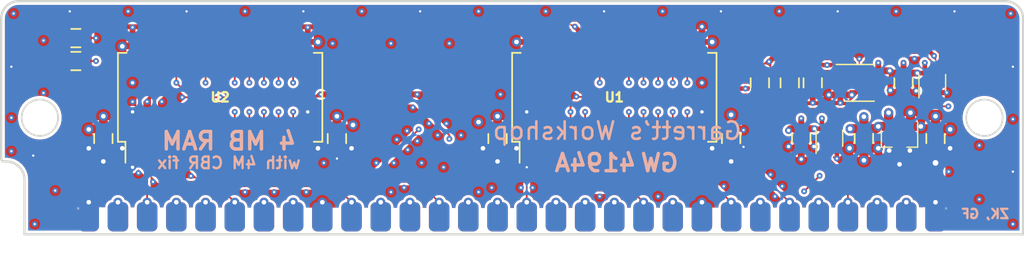
<source format=kicad_pcb>
(kicad_pcb (version 20221018) (generator pcbnew)
  (title_block (title "GW4194A") (date "2021-06-19") (rev "1.0-SOP") (company "Garrett's Workshop"))
  (layers (0 "F.Cu" signal) (1 "In1.Cu" power) (2 "In2.Cu" signal) (31 "B.Cu" power) (34 "B.Paste" user) (35 "F.Paste" user) (36 "B.SilkS" user "B.Silkscreen") (37 "F.SilkS" user "F.Silkscreen") (38 "B.Mask" user) (39 "F.Mask" user) (44 "Edge.Cuts" user))
  (net 0 "")
  (net 1 "+5V")
  (net 2 "/D0")
  (net 3 "/D1")
  (net 4 "/~{WE}")
  (net 5 "/~{RAS}")
  (net 6 "/~{CAS}")
  (net 7 "/D2")
  (net 8 "/D3")
  (net 9 "GND")
  (net 10 "/D4")
  (net 11 "/D5")
  (net 12 "/D6")
  (net 13 "/A11")
  (net 14 "/D7")
  (net 15 "/QP")
  (net 16 "/~{CASP}")
  (net 17 "/DP")
  (net 18 "/1A0")
  (net 19 "/1A1")
  (net 20 "/1A2")
  (net 21 "/1A3")
  (net 22 "/1A4")
  (net 23 "/1A5")
  (net 24 "/1A6")
  (net 25 "/1A7")
  (net 26 "/1A8")
  (net 27 "/1A10")
  (net 28 "/1A9")
  (net 29 "/~{RWE}")
  (net 30 "/~{OE}")
  (net 31 "/~{WEE}")
  (net 32 "Net-(U4-Pad5)")
  (net 33 "+3V3")
  (net 34 "Net-(R3-Pad2)")
  (net 35 "Net-(R4-Pad2)")
  (net 36 "Net-(C9-Pad1)")
  (footprint "stdpads:C_0805" (layer "F.Cu") (at 85.09 93.257 90)
    (fp_text reference "C1" hide)
    (fp_text value "2u2" hide)
  )
  (footprint "stdpads:C_0805" (layer "F.Cu") (at 105.41 93.257 90)
    (fp_text reference "C2" hide)
    (fp_text value "2u2" hide)
  )
  (footprint "stdpads:C_0805" (layer "F.Cu") (at 119.38 93.257 90)
    (fp_text reference "C3" hide)
    (fp_text value "2u2" hide)
  )
  (footprint "stdpads:C_0805" (layer "F.Cu") (at 139.7 93.257 90)
    (fp_text reference "C4" hide)
    (fp_text value "2u2" hide)
  )
  (footprint "stdpads:C_0805" (layer "F.Cu") (at 157.48 93.257 90)
    (fp_text reference "C5" hide)
    (fp_text value "2u2" hide)
  )
  (footprint "stdpads:SIMM-30_Edge" (layer "F.Cu") (at 120.65 99.822)
    (fp_text reference "J1")
    (fp_text value "DRAM-SIMM-30")
  )
  (footprint "stdpads:R_0805" (layer "F.Cu") (at 82.7 86.5 180)
    (fp_text reference "R1")
    (fp_text value "EDO")
  )
  (footprint "stdpads:R_0805" (layer "F.Cu") (at 82.7 84.5)
    (fp_text reference "R2")
    (fp_text value "FPM")
  )
  (footprint "stdpads:C_0805" (layer "F.Cu") (at 146.8 88.4 -90)
    (fp_text reference "C9")
    (fp_text value "22p")
  )
  (footprint "stdpads:R_0805" (layer "F.Cu") (at 144.8 88.4 -90)
    (fp_text reference "R3")
    (fp_text value "100")
  )
  (footprint "stdpads:NXP_TSSOP-8_3x3mm_P0.65mm" (layer "F.Cu") (at 150.85 88.4)
    (fp_text reference "U4")
    (fp_text value "74LVC1G74DC")
  )
  (footprint "stdpads:SOT-353" (layer "F.Cu") (at 148.25 93.25 -90)
    (fp_text reference "U3")
    (fp_text value "74LVC1G04")
  )
  (footprint "stdpads:SOT-353" (layer "F.Cu") (at 157.2 88.4 -90)
    (fp_text reference "U5")
    (fp_text value "74LVC1G32")
  )
  (footprint "stdpads:C_0805" (layer "F.Cu") (at 154.7 88.4 -90)
    (fp_text reference "C8")
    (fp_text value "2u2")
  )
  (footprint "stdpads:SOT-23" (layer "F.Cu") (at 154.35 93.25 90)
    (fp_text reference "U6")
    (fp_text value "XC6206PxxxMR")
  )
  (footprint "stdpads:C_0805" (layer "F.Cu") (at 151.25 93.25 -90)
    (fp_text reference "C7" hide)
    (fp_text value "2u2" hide)
  )
  (footprint "stdpads:R_0805" (layer "F.Cu") (at 142.2 88.4 90)
    (fp_text reference "R4")
    (fp_text value "100")
  )
  (footprint "stdpads:C_0805" (layer "F.Cu") (at 145.8 93.25 -90)
    (fp_text reference "C6")
    (fp_text value "2u2")
  )
  (footprint "stdpads:SOP-24-26_300mil" (layer "F.Cu") (at 129.54 89.662 90)
    (fp_text reference "U1")
    (fp_text value "4C4M4")
  )
  (footprint "stdpads:SOP-24-26_300mil" (layer "F.Cu") (at 95.25 89.662 90)
    (fp_text reference "U2")
    (fp_text value "4C4M4")
  )
  (gr_line (start 76.2 94.996) (end 76.2 82.804) (stroke (width 0.2)) (layer "Edge.Cuts"))
  (gr_circle (center 79.5655 91.44) (end 77.978 91.44) (stroke (width 0.15)) (fill none) (layer "Edge.Cuts"))
  (gr_circle (center 161.7345 91.44) (end 163.322 91.44) (stroke (width 0.15)) (fill none) (layer "Edge.Cuts"))
  (gr_arc (start 163.576 81.28) (mid 164.653631 81.726369) (end 165.1 82.804) (stroke (width 0.2)) (layer "Edge.Cuts"))
  (gr_arc (start 76.2 82.804) (mid 76.646369 81.726369) (end 77.724 81.28) (stroke (width 0.2)) (layer "Edge.Cuts"))
  (gr_line (start 76.6445 95.25) (end 76.454 95.25) (stroke (width 0.2)) (layer "Edge.Cuts"))
  (gr_line (start 78.232 101.6) (end 78.232 96.8375) (stroke (width 0.2)) (layer "Edge.Cuts"))
  (gr_arc (start 76.454 95.25) (mid 76.274395 95.175605) (end 76.2 94.996) (stroke (width 0.2)) (layer "Edge.Cuts"))
  (gr_arc (start 76.6445 95.25) (mid 77.767032 95.714968) (end 78.232 96.8375) (stroke (width 0.2)) (layer "Edge.Cuts"))
  (gr_line (start 77.724 81.28) (end 163.576 81.28) (stroke (width 0.2)) (layer "Edge.Cuts"))
  (gr_line (start 165.1 82.804) (end 165.1 101.6) (stroke (width 0.2)) (layer "Edge.Cuts"))
  (gr_line (start 165.1 101.6) (end 78.232 101.6) (stroke (width 0.2)) (layer "Edge.Cuts"))
  (gr_text "GW" (at 133.477 95.377) (layer "B.SilkS") (effects (font (size 1.5 1.5) (thickness 0.3)) (justify mirror)))
  (gr_text "4194A" (at 127.889 95.377) (layer "B.SilkS") (effects (font (size 1.5 1.5) (thickness 0.3)) (justify mirror)))
  (gr_text "Garrett’s Workshop" (at 129.794 92.583) (layer "B.SilkS") (effects (font (size 1.524 1.524) (thickness 0.225)) (justify mirror)))
  (gr_text "4 MB RAM" (at 96.012 93.472) (layer "B.SilkS") (effects (font (size 1.524 1.524) (thickness 0.3)) (justify mirror)))
  (gr_text "with 4M CBR fix" (at 96.012 95.377) (layer "B.SilkS") (effects (font (size 1.016 1.016) (thickness 0.2032)) (justify mirror)))
  (gr_text "ZK, GF" (at 161.798 99.822) (layer "B.SilkS") (effects (font (size 0.8128 0.8128) (thickness 0.2032)) (justify mirror)))
  (segment (start 121.031 94.107) (end 121.915 94.107) (width 0.508) (layer "F.Cu") (net 1))
  (segment (start 137.165 94.107) (end 137.16 94.112) (width 0.508) (layer "F.Cu") (net 1))
  (segment (start 138.049 94.107) (end 137.165 94.107) (width 0.508) (layer "F.Cu") (net 1))
  (segment (start 121.915 94.107) (end 121.92 94.112) (width 0.508) (layer "F.Cu") (net 1))
  (segment (start 154.35 94.3) (end 155.25 94.3) (width 0.8) (layer "F.Cu") (net 1))
  (segment (start 154.35 94.3) (end 153.45 94.3) (width 0.8) (layer "F.Cu") (net 1))
  (segment (start 154.35 94.3) (end 154.35 95.5) (width 0.8) (layer "F.Cu") (net 1))
  (segment (start 105.41 94.107) (end 105.41 94.996) (width 0.508) (layer "F.Cu") (net 1))
  (segment (start 85.09 94.107) (end 83.82 94.107) (width 0.762) (layer "F.Cu") (net 1))
  (segment (start 140.6525 94.107) (end 140.7795 93.98) (width 0.508) (layer "F.Cu") (net 1))
  (segment (start 119.38 94.107) (end 118.11 94.107) (width 0.762) (layer "F.Cu") (net 1))
  (segment (start 105.41 94.107) (end 106.68 94.107) (width 0.762) (layer "F.Cu") (net 1))
  (segment (start 87.625 94.107) (end 87.63 94.112) (width 0.508) (layer "F.Cu") (net 1))
  (segment (start 139.7 94.107) (end 140.6525 94.107) (width 0.508) (layer "F.Cu") (net 1))
  (segment (start 157.48 98.806) (end 157.48 95.377) (width 1.27) (layer "F.Cu") (net 1))
  (segment (start 102.875 94.107) (end 102.87 94.112) (width 0.508) (layer "F.Cu") (net 1))
  (segment (start 139.7 94.107) (end 138.049 94.107) (width 0.762) (layer "F.Cu") (net 1))
  (segment (start 157.48 94.107) (end 155.443 94.107) (width 0.8) (layer "F.Cu") (net 1))
  (segment (start 119.38 94.107) (end 121.031 94.107) (width 0.762) (layer "F.Cu") (net 1))
  (segment (start 87.63 94.112) (end 87.63 95.758) (width 0.6) (layer "F.Cu") (net 1))
  (segment (start 85.09 94.107) (end 86.741 94.107) (width 0.762) (layer "F.Cu") (net 1))
  (segment (start 137.16 94.112) (end 137.16 90.932) (width 0.6) (layer "F.Cu") (net 1))
  (segment (start 103.759 94.107) (end 102.875 94.107) (width 0.508) (layer "F.Cu") (net 1))
  (segment (start 121.92 94.112) (end 121.92 95.758) (width 0.508) (layer "F.Cu") (net 1))
  (segment (start 139.7 94.107) (end 139.7 95.25) (width 0.762) (layer "F.Cu") (net 1))
  (segment (start 121.92 94.112) (end 121.92 90.932) (width 0.6) (layer "F.Cu") (net 1))
  (segment (start 86.741 94.107) (end 87.625 94.107) (width 0.508) (layer "F.Cu") (net 1))
  (segment (start 155.443 94.107) (end 155.25 94.3) (width 0.8) (layer "F.Cu") (net 1))
  (segment (start 102.87 94.112) (end 102.87 90.932) (width 0.6) (layer "F.Cu") (net 1))
  (segment (start 105.41 94.107) (end 103.759 94.107) (width 0.762) (layer "F.Cu") (net 1))
  (segment (start 119.38 94.107) (end 119.38 95.25) (width 0.762) (layer "F.Cu") (net 1))
  (segment (start 85.09 94.107) (end 85.09 95.25) (width 0.762) (layer "F.Cu") (net 1))
  (segment (start 157.48 95.377) (end 157.48 94.107) (width 0.762) (layer "F.Cu") (net 1))
  (segment (start 157.48 94.107) (end 158.75 94.107) (width 0.8) (layer "F.Cu") (net 1))
  (segment (start 87.63 94.112) (end 87.63 90.932) (width 0.6) (layer "F.Cu") (net 1))
  (via (at 138.049 94.107) (size 0.8) (drill 0.4) (layers "F.Cu" "B.Cu") (net 1))
  (via (at 121.031 94.107) (size 0.8) (drill 0.4) (layers "F.Cu" "B.Cu") (net 1))
  (via (at 77.089 86.995) (size 0.508) (drill 0.2) (layers "F.Cu" "B.Cu") (net 1))
  (via (at 164.211 86.995) (size 0.508) (drill 0.2) (layers "F.Cu" "B.Cu") (net 1))
  (via (at 164.211 96.139) (size 0.508) (drill 0.2) (layers "F.Cu" "B.Cu") (net 1))
  (via (at 78.994 94.742) (size 0.508) (drill 0.2) (layers "F.Cu" "B.Cu") (net 1))
  (via (at 159.131 82.169) (size 0.508) (drill 0.2) (layers "F.Cu" "B.Cu") (net 1))
  (via (at 148.971 82.169) (size 0.508) (drill 0.2) (layers "F.Cu" "B.Cu") (net 1))
  (via (at 92.329 82.169) (size 0.508) (drill 0.2) (layers "F.Cu" "B.Cu") (net 1))
  (via (at 102.489 82.169) (size 0.508) (drill 0.2) (layers "F.Cu" "B.Cu") (net 1))
  (via (at 138.811 82.169) (size 0.508) (drill 0.2) (layers "F.Cu" "B.Cu") (net 1))
  (via (at 82.169 82.169) (size 0.508) (drill 0.2) (layers "F.Cu" "B.Cu") (net 1))
  (via (at 112.649 82.169) (size 0.508) (drill 0.2) (layers "F.Cu" "B.Cu") (net 1))
  (via (at 128.651 82.169) (size 0.508) (drill 0.2) (layers "F.Cu" "B.Cu") (net 1))
  (via (at 155.25 94.3) (size 0.8) (drill 0.4) (layers "F.Cu" "B.Cu") (net 1))
  (via (at 154.35 95.5) (size 0.8) (drill 0.4) (layers "F.Cu" "B.Cu") (net 1))
  (via (at 153.45 94.3) (size 0.8) (drill 0.4) (layers "F.Cu" "B.Cu") (net 1))
  (via (at 106.68 94.107) (size 0.8) (drill 0.4) (layers "F.Cu" "B.Cu") (net 1))
  (via (at 139.7 95.25) (size 0.8) (drill 0.4) (layers "F.Cu" "B.Cu") (net 1))
  (via (at 118.11 94.107) (size 0.8) (drill 0.4) (layers "F.Cu" "B.Cu") (net 1))
  (via (at 103.759 94.107) (size 0.8) (drill 0.4) (layers "F.Cu" "B.Cu") (net 1))
  (via (at 83.82 94.107) (size 0.8) (drill 0.4) (layers "F.Cu" "B.Cu") (net 1))
  (via (at 119.38 95.25) (size 0.8) (drill 0.4) (layers "F.Cu" "B.Cu") (net 1))
  (via (at 140.7795 93.98) (size 0.508) (drill 0.2) (layers "F.Cu" "B.Cu") (net 1))
  (via (at 87.63 90.932) (size 0.6) (drill 0.3) (layers "F.Cu" "B.Cu") (net 1))
  (via (at 87.63 95.758) (size 0.6) (drill 0.3) (layers "F.Cu" "B.Cu") (net 1))
  (via (at 85.09 95.25) (size 0.8) (drill 0.4) (layers "F.Cu" "B.Cu") (net 1))
  (via (at 158.75 94.107) (size 0.8) (drill 0.4) (layers "F.Cu" "B.Cu") (net 1))
  (via (at 137.16 90.932) (size 0.6) (drill 0.3) (layers "F.Cu" "B.Cu") (net 1))
  (via (at 121.92 95.758) (size 0.508) (drill 0.2) (layers "F.Cu" "B.Cu") (net 1))
  (via (at 105.41 94.996) (size 0.508) (drill 0.2) (layers "F.Cu" "B.Cu") (net 1))
  (via (at 121.92 90.932) (size 0.6) (drill 0.3) (layers "F.Cu" "B.Cu") (net 1))
  (via (at 102.87 90.932) (size 0.6) (drill 0.3) (layers "F.Cu" "B.Cu") (net 1))
  (via (at 157.48 95.377) (size 1) (drill 0.5) (layers "F.Cu" "B.Cu") (net 1))
  (via (at 86.741 94.107) (size 0.8) (drill 0.4) (layers "F.Cu" "B.Cu") (net 1))
  (segment (start 88.9 89.281) (end 88.9 85.962) (width 0.1524) (layer "F.Cu") (net 2))
  (segment (start 88.9 96.266) (end 88.265 95.631) (width 0.1524) (layer "F.Cu") (net 2))
  (segment (start 88.9 98.806) (end 88.9 96.266) (width 0.1524) (layer "F.Cu") (net 2))
  (segment (start 88.265 95.631) (end 88.265 89.916) (width 0.1524) (layer "F.Cu") (net 2))
  (segment (start 88.265 89.916) (end 88.9 89.281) (width 0.1524) (layer "F.Cu") (net 2))
  (segment (start 95.504 97.79) (end 90.932 97.79) (width 0.1524) (layer "F.Cu") (net 3))
  (segment (start 88.9 95.758) (end 88.9 94.112) (width 0.1524) (layer "F.Cu") (net 3))
  (segment (start 96.52 98.806) (end 95.504 97.79) (width 0.1524) (layer "F.Cu") (net 3))
  (segment (start 90.932 97.79) (end 88.9 95.758) (width 0.1524) (layer "F.Cu") (net 3))
  (segment (start 156.55 90.2) (end 156.8 90.45) (width 0.1524) (layer "F.Cu") (net 4))
  (segment (start 146.7485 97.1515) (end 146.7485 97.155) (width 0.1524) (layer "F.Cu") (net 4))
  (segment (start 146.7485 97.155) (end 146.05 97.8535) (width 0.1524) (layer "F.Cu") (net 4))
  (segment (start 156.55 89.25) (end 156.55 90.2) (width 0.1524) (layer "F.Cu") (net 4))
  (segment (start 156.8 90.45) (end 158.6 90.45) (width 0.1524) (layer "F.Cu") (net 4))
  (segment (start 147.4 96.5) (end 146.7485 97.1515) (width 0.1524) (layer "F.Cu") (net 4))
  (via (at 146.05 97.8535) (size 0.508) (drill 0.2) (layers "F.Cu" "B.Cu") (net 4))
  (via (at 147.4 96.5) (size 0.508) (drill 0.2) (layers "F.Cu" "B.Cu") (net 4))
  (via (at 158.6 90.45) (size 0.508) (drill 0.2) (layers "F.Cu" "B.Cu") (net 4))
  (segment (start 127 94.112) (end 127 90.932) (width 0.1524) (layer "F.Cu") (net 5))
  (segment (start 149.85 100.066) (end 149.86 100.076) (width 0.1524) (layer "F.Cu") (net 5))
  (segment (start 92.71 95.758) (end 92.71 93.362) (width 0.1524) (layer "F.Cu") (net 5))
  (segment (start 148.25 94.1) (end 148.25 95.05) (width 0.1524) (layer "F.Cu") (net 5))
  (segment (start 148.25 95.05) (end 149.86 96.66) (width 0.1524) (layer "F.Cu") (net 5))
  (segment (start 93.345 96.393) (end 92.71 95.758) (width 0.1524) (layer "F.Cu") (net 5))
  (segment (start 149.86 96.66) (end 149.86 98.806) (width 0.1524) (layer "F.Cu") (net 5))
  (segment (start 108.585 96.393) (end 93.345 96.393) (width 0.1524) (layer "F.Cu") (net 5))
  (segment (start 112.522 92.456) (end 108.585 96.393) (width 0.1524) (layer "F.Cu") (net 5))
  (via (at 127 90.932) (size 0.508) (drill 0.2) (layers "F.Cu" "B.Cu") (net 5))
  (via (at 112.522 92.456) (size 0.508) (drill 0.2) (layers "F.Cu" "B.Cu") (net 5))
  (segment (start 137.85 89.25) (end 126.588 89.25) (width 0.1524) (layer "F.Cu") (net 6))
  (segment (start 94.996 89.154) (end 94.869 89.281) (width 0.1524) (layer "F.Cu") (net 6))
  (segment (start 91.44 88.392) (end 91.44 85.212) (width 0.1524) (layer "F.Cu") (net 6))
  (segment (start 150.5 87.8) (end 150.5 86.65) (width 0.1524) (layer "F.Cu") (net 6))
  (segment (start 143.5 88.05) (end 143.15 88.4) (width 0.1524) (layer "F.Cu") (net 6))
  (segment (start 120.015 83.312) (end 114.4905 88.8365) (width 0.1524) (layer "F.Cu") (net 6))
  (segment (start 125.73 83.82) (end 125.222 83.312) (width 0.1524) (layer "F.Cu") (net 6))
  (segment (start 92.329 89.281) (end 91.44 88.392) (width 0.1524) (layer "F.Cu") (net 6))
  (segment (start 103.3145 89.281) (end 95.631 89.281) (width 0.1524) (layer "F.Cu") (net 6))
  (segment (start 103.759 88.8365) (end 103.3145 89.281) (width 0.1524) (layer "F.Cu") (net 6))
  (segment (start 150.5 86.65) (end 150.2 86.35) (width 0.1524) (layer "F.Cu") (net 6))
  (segment (start 126.588 89.25) (end 125.73 88.392) (width 0.1524) (layer "F.Cu") (net 6))
  (segment (start 125.73 85.212) (end 125.73 83.82) (width 0.1524) (layer "F.Cu") (net 6))
  (segment (start 95.631 89.281) (end 95.504 89.154) (width 0.1524) (layer "F.Cu") (net 6))
  (segment (start 114.4905 88.8365) (end 103.759 88.8365) (width 0.1524) (layer "F.Cu") (net 6))
  (segment (start 138.7 88.4) (end 137.85 89.25) (width 0.1524) (layer "F.Cu") (net 6))
  (segment (start 143.5 86.85) (end 143.5 88.05) (width 0.1524) (layer "F.Cu") (net 6))
  (segment (start 94.869 89.281) (end 92.329 89.281) (width 0.1524) (layer "F.Cu") (net 6))
  (segment (start 150.2 86.35) (end 144 86.35) (width 0.1524) (layer "F.Cu") (net 6))
  (segment (start 150.225 88.075) (end 150.5 87.8) (width 0.1524) (layer "F.Cu") (net 6))
  (segment (start 143.15 88.4) (end 138.7 88.4) (width 0.1524) (layer "F.Cu") (net 6))
  (segment (start 144 86.35) (end 143.5 86.85) (width 0.1524) (layer "F.Cu") (net 6))
  (segment (start 125.73 88.392) (end 125.73 85.212) (width 0.1524) (layer "F.Cu") (net 6))
  (segment (start 125.222 83.312) (end 120.015 83.312) (width 0.1524) (layer "F.Cu") (net 6))
  (segment (start 95.504 89.154) (end 94.996 89.154) (width 0.1524) (layer "F.Cu") (net 6))
  (segment (start 149.2 88.075) (end 150.225 88.075) (width 0.1524) (layer "F.Cu") (net 6))
  (segment (start 84.45 86.5) (end 83.65 86.5) (width 0.1524) (layer "F.Cu") (net 6))
  (via (at 91.44 88.392) (size 0.508) (drill 0.2) (layers "F.Cu" "B.Cu") (net 6))
  (via (at 84.45 86.5) (size 0.508) (drill 0.2) (layers "F.Cu" "B.Cu") (net 6))
  (segment (start 90.17 89.281) (end 89.535 89.916) (width 0.1524) (layer "F.Cu") (net 7))
  (segment (start 105.283 97.409) (end 106.68 98.806) (width 0.1524) (layer "F.Cu") (net 7))
  (segment (start 90.17 85.212) (end 90.17 89.281) (width 0.1524) (layer "F.Cu") (net 7))
  (segment (start 91.186 97.409) (end 105.283 97.409) (width 0.1524) (layer "F.Cu") (net 7))
  (segment (start 89.535 89.916) (end 89.535 95.758) (width 0.1524) (layer "F.Cu") (net 7))
  (segment (start 89.535 95.758) (end 91.186 97.409) (width 0.1524) (layer "F.Cu") (net 7))
  (segment (start 112.522 97.028) (end 114.3 98.806) (width 0.1524) (layer "F.Cu") (net 8))
  (segment (start 91.44 97.028) (end 112.522 97.028) (width 0.1524) (layer "F.Cu") (net 8))
  (segment (start 90.17 94.112) (end 90.17 95.758) (width 0.1524) (layer "F.Cu") (net 8))
  (segment (start 90.17 95.758) (end 91.44 97.028) (width 0.1524) (layer "F.Cu") (net 8))
  (segment (start 138.049 84.836) (end 137.287 84.836) (width 0.508) (layer "F.Cu") (net 9))
  (segment (start 137.16 84.963) (end 137.16 85.962) (width 0.508) (layer "F.Cu") (net 9))
  (segment (start 137.287 84.836) (end 137.16 84.963) (width 0.508) (layer "F.Cu") (net 9))
  (segment (start 155.3 92.2) (end 156.2 92.2) (width 0.8) (layer "F.Cu") (net 9))
  (segment (start 155.3 92.2) (end 155.3 91) (width 0.8) (layer "F.Cu") (net 9))
  (segment (start 105.41 92.407) (end 105.41 91.313) (width 0.762) (layer "F.Cu") (net 9))
  (segment (start 87.63 85.212) (end 87.63 88.392) (width 0.6) (layer "F.Cu") (net 9))
  (segment (start 146.8 89.25) (end 148 89.25) (width 0.6) (layer "F.Cu") (net 9))
  (segment (start 151.25 94.1) (end 152.5 94.1) (width 0.8) (layer "F.Cu") (net 9))
  (segment (start 151.25 94.1) (end 150 94.1) (width 0.8) (layer "F.Cu") (net 9))
  (segment (start 156.407 92.407) (end 156.2 92.2) (width 0.8) (layer "F.Cu") (net 9))
  (segment (start 85.09 92.407) (end 83.869 92.407) (width 0.762) (layer "F.Cu") (net 9))
  (segment (start 157.48 92.407) (end 158.701 92.407) (width 0.8) (layer "F.Cu") (net 9))
  (segment (start 83.869 92.407) (end 83.82 92.456) (width 0.762) (layer "F.Cu") (net 9))
  (segment (start 103.759 84.836) (end 102.997 84.836) (width 0.508) (layer "F.Cu") (net 9))
  (segment (start 146.75 94.1) (end 146.9 93.95) (width 0.6) (layer "F.Cu") (net 9))
  (segment (start 86.746 85.212) (end 86.741 85.217) (width 0.508) (layer "F.Cu") (net 9))
  (segment (start 154.7 89.25) (end 153.75 89.25) (width 0.6) (layer "F.Cu") (net 9))
  (segment (start 148 89.25) (end 148.2 89.45) (width 0.6) (layer "F.Cu") (net 9))
  (segment (start 140.667 92.407) (end 140.7795 92.5195) (width 0.508) (layer "F.Cu") (net 9))
  (segment (start 149.2 89.45) (end 148.2 89.45) (width 0.6) (layer "F.Cu") (net 9))
  (segment (start 102.997 84.836) (end 102.87 84.963) (width 0.508) (layer "F.Cu") (net 9))
  (segment (start 119.38 92.407) (end 118.315 92.407) (width 0.762) (layer "F.Cu") (net 9))
  (segment (start 83.65 84.5) (end 84.45 84.5) (width 0.1524) (layer "F.Cu") (net 9))
  (segment (start 149.2 89.45) (end 149.2 90.15) (width 0.508) (layer "F.Cu") (net 9))
  (segment (start 102.87 85.212) (end 102.87 83.566) (width 0.508) (layer "F.Cu") (net 9))
  (segment (start 85.09 92.407) (end 85.09 91.313) (width 0.762) (layer "F.Cu") (net 9))
  (segment (start 145.8 94.1) (end 146.75 94.1) (width 0.6) (layer "F.Cu") (net 9))
  (segment (start 145.8 94.1) (end 144.85 94.1) (width 0.6) (layer "F.Cu") (net 9))
  (segment (start 154.7 89.25) (end 155.65 89.25) (width 0.6) (layer "F.Cu") (net 9))
  (segment (start 87.63 85.212) (end 86.746 85.212) (width 0.508) (layer "F.Cu") (net 9))
  (segment (start 151.25 94.1) (end 151.25 95.15) (width 0.8) (layer "F.Cu") (net 9))
  (segment (start 121.031 84.836) (end 121.84859 84.836) (width 0.508) (layer "F.Cu") (net 9))
  (segment (start 155.65 89.25) (end 155.8 89.1) (width 0.6) (layer "F.Cu") (net 9))
  (segment (start 157.48 92.407) (end 156.407 92.407) (width 0.8) (layer "F.Cu") (net 9))
  (segment (start 137.16 85.212) (end 137.16 88.392) (width 0.6) (layer "F.Cu") (net 9))
  (segment (start 106.475 92.407) (end 106.807 92.075) (width 0.762) (layer "F.Cu") (net 9))
  (segment (start 102.87 84.963) (end 102.87 85.962) (width 0.508) (layer "F.Cu") (net 9))
  (segment (start 119.38 92.407) (end 119.38 91.313) (width 0.762) (layer "F.Cu") (net 9))
  (segment (start 121.84859 84.836) (end 121.92 84.90741) (width 0.508) (layer "F.Cu") (net 9))
  (segment (start 105.41 92.407) (end 106.475 92.407) (width 0.762) (layer "F.Cu") (net 9))
  (segment (start 149.2 89.45) (end 150.2 89.45) (width 0.6) (layer "F.Cu") (net 9))
  (segment (start 137.16 83.5025) (end 137.16 85.212) (width 0.6) (layer "F.Cu") (net 9))
  (segment (start 139.7 92.407) (end 140.667 92.407) (width 0.508) (layer "F.Cu") (net 9))
  (segment (start 148.9 94.1) (end 148.9 95) (width 0.4) (layer "F.Cu") (net 9))
  (segment (start 157.85 89.25) (end 158.45 89.25) (width 0.45) (layer "F.Cu") (net 9))
  (segment (start 158.701 92.407) (end 158.75 92.456) (width 0.8) (layer "F.Cu") (net 9))
  (segment (start 139.7 92.407) (end 139.7 91.186) (width 0.762) (layer "F.Cu") (net 9))
  (segment (start 144.85 94.1) (end 144.7 93.95) (width 0.6) (layer "F.Cu") (net 9))
  (segment (start 153.75 89.25) (end 153.55 89.05) (width 0.6) (layer "F.Cu") (net 9))
  (segment (start 157.48 92.407) (end 157.48 91.313) (width 0.8) (layer "F.Cu") (net 9))
  (segment (start 145.8 94.1) (end 145.8 95.05) (width 0.6) (layer "F.Cu") (net 9))
  (segment (start 118.315 92.407) (end 117.729 91.821) (width 0.762) (layer "F.Cu") (net 9))
  (segment (start 121.92 84.90741) (end 121.92 85.962) (width 0.508) (layer "F.Cu") (net 9))
  (segment (start 87.63 85.212) (end 87.63 83.566) (width 0.508) (layer "F.Cu") (net 9))
  (segment (start 146.8 89.25) (end 146.8 90.15) (width 0.508) (layer "F.Cu") (net 9))
  (via (at 112.776 95.377) (size 0.508) (drill 0.2) (layers "F.Cu" "B.Cu") (net 9))
  (via (at 110.617 93.345) (size 0.508) (drill 0.2) (layers "F.Cu" "B.Cu") (net 9))
  (via (at 104.267 95.377) (size 0.508) (drill 0.2) (layers "F.Cu" "B.Cu") (net 9))
  (via (at 95.25 89.662) (size 0.508) (drill 0.2) (layers "F.Cu" "B.Cu") (net 9))
  (via (at 112.395 89.408) (size 0.508) (drill 0.2) (layers "F.Cu" "B.Cu") (net 9))
  (via (at 119.634 89.408) (size 0.508) (drill 0.2) (layers "F.Cu" "B.Cu") (net 9))
  (via (at 92.71 96.52) (size 0.508) (drill 0.2) (layers "F.Cu" "B.Cu") (net 9))
  (via (at 111.252 97.536) (size 0.508) (drill 0.2) (layers "F.Cu" "B.Cu") (net 9))
  (via (at 117.729 97.917) (size 0.508) (drill 0.2) (layers "F.Cu" "B.Cu") (net 9))
  (via (at 118.872 97.536) (size 0.508) (drill 0.2) (layers "F.Cu" "B.Cu") (net 9))
  (via (at 139.065 97.409) (size 0.508) (drill 0.2) (layers "F.Cu" "B.Cu") (net 9))
  (via (at 89.408 97.028) (size 0.508) (drill 0.2) (layers "F.Cu" "B.Cu") (net 9))
  (via (at 88.138 96.266) (size 0.508) (drill 0.2) (layers "F.Cu" "B.Cu") (net 9))
  (via (at 114.173 92.964) (size 0.508) (drill 0.2) (layers "F.Cu" "B.Cu") (net 9))
  (via (at 114.935 91.948) (size 0.508) (drill 0.2) (layers "F.Cu" "B.Cu") (net 9))
  (via (at 114.681 95.758) (size 0.508) (drill 0.2) (layers "F.Cu" "B.Cu") (net 9))
  (via (at 144.145 97.409) (size 0.508) (drill 0.2) (layers "F.Cu" "B.Cu") (net 9))
  (via (at 143.129 96.393) (size 0.508) (drill 0.2) (layers "F.Cu" "B.Cu") (net 9))
  (via (at 88.9 90.043) (size 0.508) (drill 0.2) (layers "F.Cu" "B.Cu") (net 9))
  (via (at 87.63 90.043) (size 0.508) (drill 0.2) (layers "F.Cu" "B.Cu") (net 9))
  (via (at 90.17 90.043) (size 0.508) (drill 0.2) (layers "F.Cu" "B.Cu") (net 9))
  (via (at 91.948 89.662) (size 0.508) (drill 0.2) (layers "F.Cu" "B.Cu") (net 9))
  (via (at 126.238 89.5985) (size 0.508) (drill 0.2) (layers "F.Cu" "B.Cu") (net 9))
  (via (at 112.395 93.472) (size 0.508) (drill 0.2) (layers "F.Cu" "B.Cu") (net 9))
  (via (at 113.411 91.948) (size 0.508) (drill 0.2) (layers "F.Cu" "B.Cu") (net 9))
  (via (at 116.205 92.964) (size 0.508) (drill 0.2) (layers "F.Cu" "B.Cu") (net 9))
  (via (at 111.506 92.583) (size 0.508) (drill 0.2) (layers "F.Cu" "B.Cu") (net 9))
  (via (at 121.412 97.536) (size 0.508) (drill 0.2) (layers "F.Cu" "B.Cu") (net 9))
  (via (at 122.428 97.536) (size 0.508) (drill 0.2) (layers "F.Cu" "B.Cu") (net 9))
  (via (at 110.363 95.377) (size 0.508) (drill 0.2) (layers "F.Cu" "B.Cu") (net 9))
  (via (at 164.0205 82.3595) (size 0.508) (drill 0.2) (layers "F.Cu" "B.Cu") (net 9))
  (via (at 164.211 100.711) (size 0.508) (drill 0.2) (layers "F.Cu" "B.Cu") (net 9))
  (via (at 79.121 100.711) (size 0.508) (drill 0.2) (layers "F.Cu" "B.Cu") (net 9))
  (via (at 77.089 91.44) (size 0.508) (drill 0.2) (layers "F.Cu" "B.Cu") (net 9))
  (via (at 79.883 84.709) (size 0.508) (drill 0.2) (layers "F.Cu" "B.Cu") (net 9))
  (via (at 161.29 93.853) (size 0.508) (drill 0.2) (layers "F.Cu" "B.Cu") (net 9))
  (via (at 161.29 98.552) (size 0.508) (drill 0.2) (layers "F.Cu" "B.Cu") (net 9))
  (via (at 80.899 97.79) (size 0.508) (drill 0.2) (layers "F.Cu" "B.Cu") (net 9))
  (via (at 79.883 89.281) (size 0.508) (drill 0.2) (layers "F.Cu" "B.Cu") (net 9))
  (via (at 133.35 98.298) (size 0.508) (drill 0.2) (layers "F.Cu" "B.Cu") (net 9))
  (via (at 110.109 97.917) (size 0.508) (drill 0.2) (layers "F.Cu" "B.Cu") (net 9))
  (via (at 102.743 97.917) (size 0.508) (drill 0.2) (layers "F.Cu" "B.Cu") (net 9))
  (via (at 99.949 97.917) (size 0.508) (drill 0.2) (layers "F.Cu" "B.Cu") (net 9))
  (via (at 97.409 97.917) (size 0.508) (drill 0.2) (layers "F.Cu" "B.Cu") (net 9))
  (via (at 158.623 96.139) (size 0.508) (drill 0.2) (layers "F.Cu" "B.Cu") (net 9))
  (via (at 111.5695 94.234) (size 0.508) (drill 0.2) (layers "F.Cu" "B.Cu") (net 9))
  (via (at 104.013 89.408) (size 0.508) (drill 0.2) (layers "F.Cu" "B.Cu") (net 9))
  (via (at 108.839 95.377) (size 0.508) (drill 0.2) (layers "F.Cu" "B.Cu") (net 9))
  (via (at 112.014 90.551) (size 0.508) (drill 0.2) (layers "F.Cu" "B.Cu") (net 9))
  (via (at 164.211 91.567) (size 0.508) (drill 0.2) (layers "F.Cu" "B.Cu") (net 9))
  (via (at 77.2795 82.3595) (size 0.508) (drill 0.2) (layers "F.Cu" "B.Cu") (net 9))
  (via (at 154.051 82.169) (size 0.508) (drill 0.2) (layers "F.Cu" "B.Cu") (net 9))
  (via (at 87.249 82.169) (size 0.508) (drill 0.2) (layers "F.Cu" "B.Cu") (net 9))
  (via (at 97.409 82.169) (size 0.508) (drill 0.2) (layers "F.Cu" "B.Cu") (net 9))
  (via (at 143.891 82.169) (size 0.508) (drill 0.2) (layers "F.Cu" "B.Cu") (net 9))
  (via (at 110.109 84.963) (size 0.508) (drill 0.2) (layers "F.Cu" "B.Cu") (net 9))
  (via (at 105.029 84.963) (size 0.508) (drill 0.2) (layers "F.Cu" "B.Cu") (net 9))
  (via (at 115.189 84.963) (size 0.508) (drill 0.2) (layers "F.Cu" "B.Cu") (net 9))
  (via (at 126.111 83.5025) (size 0.508) (drill 0.2) (layers "F.Cu" "B.Cu") (net 9))
  (via (at 107.569 82.169) (size 0.508) (drill 0.2) (layers "F.Cu" "B.Cu") (net 9))
  (via (at 117.729 82.169) (size 0.508) (drill 0.2) (layers "F.Cu" "B.Cu") (net 9))
  (via (at 123.571 82.169) (size 0.508) (drill 0.2) (layers "F.Cu" "B.Cu") (net 9))
  (via (at 133.731 82.169) (size 0.508) (drill 0.2) (layers "F.Cu" "B.Cu") (net 9))
  (via (at 138.049 84.836) (size 0.8) (drill 0.4) (layers "F.Cu" "B.Cu") (net 9))
  (via (at 128.27 98.298) (size 0.508) (drill 0.2) (layers "F.Cu" "B.Cu") (net 9))
  (via (at 143.51 98.298) (size 0.508) (drill 0.2) (layers "F.Cu" "B.Cu") (net 9))
  (via (at 157.35 86.05) (size 0.508) (drill 0.2) (layers "F.Cu" "B.Cu") (net 9))
  (via (at 156.2 92.2) (size 0.8) (drill 0.4) (layers "F.Cu" "B.Cu") (net 9))
  (via (at 148.05 86.85) (size 0.508) (drill 0.2) (layers "F.Cu" "B.Cu") (net 9))
  (via (at 155.65 86.3) (size 0.508) (drill 0.2) (layers "F.Cu" "B.Cu") (net 9))
  (via (at 150.85 86.3) (size 0.508) (drill 0.2) (layers "F.Cu" "B.Cu") (net 9))
  (via (at 143 86.55) (size 0.508) (drill 0.2) (layers "F.Cu" "B.Cu") (net 9))
  (via (at 140.95 88.9) (size 0.508) (drill 0.2) (layers "F.Cu" "B.Cu") (net 9))
  (via (at 77.089 94.361) (size 0.508) (drill 0.2) (layers "F.Cu" "B.Cu") (net 9))
  (via (at 102.87 83.566) (size 0.508) (drill 0.2) (layers "F.Cu" "B.Cu") (net 9))
  (via (at 155.3 91) (size 0.8) (drill 0.4) (layers "F.Cu" "B.Cu") (net 9))
  (via (at 148.9 95) (size 0.508) (drill 0.2) (layers "F.Cu" "B.Cu") (net 9))
  (via (at 146.9 93.95) (size 0.6) (drill 0.3) (layers "F.Cu" "B.Cu") (net 9))
  (via (at 103.759 84.836) (size 0.8) (drill 0.4) (layers "F.Cu" "B.Cu") (net 9))
  (via (at 149.2 90.15) (size 0.508) (drill 0.2) (layers "F.Cu" "B.Cu") (net 9))
  (via (at 117.729 91.821) (size 0.8) (drill 0.4) (layers "F.Cu" "B.Cu") (net 9))
  (via (at 137.16 83.5025) (size 0.6) (drill 0.3) (layers "F.Cu" "B.Cu") (net 9))
  (via (at 140.7795 92.5195) (size 0.508) (drill 0.2) (layers "F.Cu" "B.Cu") (net 9))
  (via (at 106.807 92.075) (size 0.8) (drill 0.4) (layers "F.Cu" "B.Cu") (net 9))
  (via (at 150.2 89.45) (size 0.6) (drill 0.3) (layers "F.Cu" "B.Cu") (net 9))
  (via (at 139.7 91.186) (size 0.8) (drill 0.4) (layers "F.Cu" "B.Cu") (net 9))
  (via (at 121.031 84.836) (size 0.8) (drill 0.4) (layers "F.Cu" "B.Cu") (net 9))
  (via (at 146.8 90.15) (size 0.508) (drill 0.2) (layers "F.Cu" "B.Cu") (net 9))
  (via (at 84.45 84.5) (size 0.508) (drill 0.2) (layers "F.Cu" "B.Cu") (net 9))
  (via (at 158.45 89.25) (size 0.508) (drill 0.2) (layers "F.Cu" "B.Cu") (net 9))
  (via (at 137.16 88.392) (size 0.6) (drill 0.3) (layers "F.Cu" "B.Cu") (net 9))
  (via (at 87.63 83.566) (size 0.508) (drill 0.2) (layers "F.Cu" "B.Cu") (net 9))
  (via (at 85.09 91.313) (size 0.8) (drill 0.4) (layers "F.Cu" "B.Cu") (net 9))
  (via (at 83.82 92.456) (size 0.8) (drill 0.4) (layers "F.Cu" "B.Cu") (net 9))
  (via (at 86.741 85.217) (size 0.8) (drill 0.4) (layers "F.Cu" "B.Cu") (net 9))
  (via (at 157.48 91.313) (size 0.8) (drill 0.4) (layers "F.Cu" "B.Cu") (net 9))
  (via (at 119.38 91.313) (size 0.8) (drill 0.4) (layers "F.Cu" "B.Cu") (net 9))
  (via (at 105.41 91.313) (size 0.8) (drill 0.4) (layers "F.Cu" "B.Cu") (net 9))
  (via (at 158.75 92.456) (size 0.8) (drill 0.4) (layers "F.Cu" "B.Cu") (net 9))
  (via (at 148.2 89.45) (size 0.6) (drill 0.3) (layers "F.Cu" "B.Cu") (net 9))
  (via (at 153.55 89.05) (size 0.6) (drill 0.3) (layers "F.Cu" "B.Cu") (net 9))
  (via (at 144.7 93.95) (size 0.6) (drill 0.3) (layers "F.Cu" "B.Cu") (net 9))
  (via (at 87.63 88.392) (size 0.6) (drill 0.3) (layers "F.Cu" "B.Cu") (net 9))
  (via (at 155.8 89.1) (size 0.6) (drill 0.3) (layers "F.Cu" "B.Cu") (net 9))
  (via (at 152.5 94.1) (size 0.8) (drill 0.4) (layers "F.Cu" "B.Cu") (net 9))
  (via (at 150 94.1) (size 0.8) (drill 0.4) (layers "F.Cu" "B.Cu") (net 9))
  (via (at 145.8 95.05) (size 0.6) (drill 0.3) (layers "F.Cu" "B.Cu") (net 9))
  (via (at 151.25 95.15) (size 0.8) (drill 0.4) (layers "F.Cu" "B.Cu") (net 9))
  (segment (start 123.19 89.027) (end 122.555 89.662) (width 0.1524) (layer "F.Cu") (net 10))
  (segment (start 122.555 89.662) (end 122.555 95.8215) (width 0.1524) (layer "F.Cu") (net 10))
  (segment (start 121.92 96.4565) (end 121.92 98.806) (width 0.1524) (layer "F.Cu") (net 10))
  (segment (start 123.19 85.962) (end 123.19 89.027) (width 0.1524) (layer "F.Cu") (net 10))
  (segment (start 122.555 95.8215) (end 121.92 96.4565) (width 0.1524) (layer "F.Cu") (net 10))
  (segment (start 123.19 93.362) (end 123.19 96.266) (width 0.1524) (layer "F.Cu") (net 11))
  (segment (start 124.714 97.79) (end 131.064 97.79) (width 0.1524) (layer "F.Cu") (net 11))
  (segment (start 123.19 96.266) (end 124.714 97.79) (width 0.1524) (layer "F.Cu") (net 11))
  (segment (start 131.064 97.79) (end 132.08 98.806) (width 0.1524) (layer "F.Cu") (net 11))
  (segment (start 138.049 97.155) (end 139.7 98.806) (width 0.1524) (layer "F.Cu") (net 12))
  (segment (start 124.46 89.027) (end 123.825 89.662) (width 0.1524) (layer "F.Cu") (net 12))
  (segment (start 123.825 89.662) (end 123.825 96.012) (width 0.1524) (layer "F.Cu") (net 12))
  (segment (start 124.968 97.155) (end 138.049 97.155) (width 0.1524) (layer "F.Cu") (net 12))
  (segment (start 123.825 96.012) (end 124.968 97.155) (width 0.1524) (layer "F.Cu") (net 12))
  (segment (start 124.46 85.212) (end 124.46 89.027) (width 0.1524) (layer "F.Cu") (net 12))
  (segment (start 124.46 93.362) (end 124.46 95.758) (width 0.1524) (layer "F.Cu") (net 14))
  (segment (start 142.494 96.52) (end 144.78 98.806) (width 0.1524) (layer "F.Cu") (net 14))
  (segment (start 124.46 95.758) (end 125.222 96.52) (width 0.1524) (layer "F.Cu") (net 14))
  (segment (start 125.222 96.52) (end 142.494 96.52) (width 0.1524) (layer "F.Cu") (net 14))
  (segment (start 132.08 93.362) (end 132.08 90.932) (width 0.1524) (layer "F.Cu") (net 18))
  (segment (start 100.33 94.112) (end 100.33 90.932) (width 0.1524) (layer "F.Cu") (net 18))
  (via (at 132.08 90.932) (size 0.508) (drill 0.2) (layers "F.Cu" "B.Cu") (net 18))
  (via (at 100.33 90.932) (size 0.508) (drill 0.2) (layers "F.Cu" "B.Cu") (net 18))
  (segment (start 99.06 90.932) (end 99.06 93.362) (width 0.1524) (layer "F.Cu") (net 19))
  (segment (start 133.35 94.112) (end 133.35 90.932) (width 0.1524) (layer "F.Cu") (net 19))
  (via (at 99.06 90.932) (size 0.508) (drill 0.2) (layers "F.Cu" "B.Cu") (net 19))
  (via (at 133.35 90.932) (size 0.508) (drill 0.2) (layers "F.Cu" "B.Cu") (net 19))
  (segment (start 97.79 90.932) (end 97.79 93.362) (width 0.1524) (layer "F.Cu") (net 20))
  (segment (start 134.62 94.112) (end 134.62 90.932) (width 0.1524) (layer "F.Cu") (net 20))
  (via (at 97.79 90.932) (size 0.508) (drill 0.2) (layers "F.Cu" "B.Cu") (net 20))
  (via (at 134.62 90.932) (size 0.508) (drill 0.2) (layers "F.Cu" "B.Cu") (net 20))
  (segment (start 135.89 94.112) (end 135.89 90.932) (width 0.1524) (layer "F.Cu") (net 21))
  (segment (start 96.52 90.932) (end 96.52 93.362) (width 0.1524) (layer "F.Cu") (net 21))
  (via (at 135.89 90.932) (size 0.508) (drill 0.2) (layers "F.Cu" "B.Cu") (net 21))
  (via (at 96.52 90.932) (size 0.508) (drill 0.2) (layers "F.Cu" "B.Cu") (net 21))
  (segment (start 135.89 85.212) (end 135.89 88.392) (width 0.1524) (layer "F.Cu") (net 22))
  (segment (start 93.98 85.212) (end 93.98 88.392) (width 0.1524) (layer "F.Cu") (net 22))
  (via (at 135.89 88.392) (size 0.508) (drill 0.2) (layers "F.Cu" "B.Cu") (net 22))
  (via (at 93.98 88.392) (size 0.508) (drill 0.2) (layers "F.Cu" "B.Cu") (net 22))
  (segment (start 134.62 85.962) (end 134.62 88.392) (width 0.1524) (layer "F.Cu") (net 23))
  (segment (start 96.52 88.392) (end 96.52 85.962) (width 0.1524) (layer "F.Cu") (net 23))
  (via (at 134.62 88.392) (size 0.508) (drill 0.2) (layers "F.Cu" "B.Cu") (net 23))
  (via (at 96.52 88.392) (size 0.508) (drill 0.2) (layers "F.Cu" "B.Cu") (net 23))
  (segment (start 97.79 88.392) (end 97.79 85.962) (width 0.1524) (layer "F.Cu") (net 24))
  (segment (start 133.35 85.212) (end 133.35 88.392) (width 0.1524) (layer "F.Cu") (net 24))
  (via (at 133.35 88.392) (size 0.508) (drill 0.2) (layers "F.Cu" "B.Cu") (net 24))
  (via (at 97.79 88.392) (size 0.508) (drill 0.2) (layers "F.Cu" "B.Cu") (net 24))
  (segment (start 99.06 88.392) (end 99.06 85.962) (width 0.1524) (layer "F.Cu") (net 25))
  (segment (start 132.08 85.212) (end 132.08 88.392) (width 0.1524) (layer "F.Cu") (net 25))
  (via (at 99.06 88.392) (size 0.508) (drill 0.2) (layers "F.Cu" "B.Cu") (net 25))
  (via (at 132.08 88.392) (size 0.508) (drill 0.2) (layers "F.Cu" "B.Cu") (net 25))
  (segment (start 130.81 85.212) (end 130.81 88.392) (width 0.1524) (layer "F.Cu") (net 26))
  (segment (start 100.33 85.212) (end 100.33 88.392) (width 0.1524) (layer "F.Cu") (net 26))
  (via (at 100.33 88.392) (size 0.508) (drill 0.2) (layers "F.Cu" "B.Cu") (net 26))
  (via (at 130.81 88.392) (size 0.508) (drill 0.2) (layers "F.Cu" "B.Cu") (net 26))
  (segment (start 130.81 94.112) (end 130.81 90.932) (width 0.1524) (layer "F.Cu") (net 27))
  (segment (start 101.6 94.112) (end 101.6 90.932) (width 0.1524) (layer "F.Cu") (net 27))
  (via (at 130.81 90.932) (size 0.508) (drill 0.2) (layers "F.Cu" "B.Cu") (net 27))
  (via (at 101.6 90.932) (size 0.508) (drill 0.2) (layers "F.Cu" "B.Cu") (net 27))
  (segment (start 128.27 85.212) (end 128.27 88.392) (width 0.1524) (layer "F.Cu") (net 28))
  (segment (start 101.6 85.212) (end 101.6 88.392) (width 0.1524) (layer "F.Cu") (net 28))
  (via (at 101.6 88.392) (size 0.508) (drill 0.2) (layers "F.Cu" "B.Cu") (net 28))
  (via (at 128.27 88.392) (size 0.508) (drill 0.2) (layers "F.Cu" "B.Cu") (net 28))
  (segment (start 125.73 94.112) (end 125.73 90.932) (width 0.1524) (layer "F.Cu") (net 29))
  (segment (start 126.535 90) (end 126.4285 90.1065) (width 0.1524) (layer "F.Cu") (net 29))
  (segment (start 95.504 90.17) (end 94.996 90.17) (width 0.1524) (layer "F.Cu") (net 29))
  (segment (start 142.2 89.35) (end 142.15 89.4) (width 0.1524) (layer "F.Cu") (net 29))
  (segment (start 126.0935 90.1065) (end 125.73 90.47) (width 0.1524) (layer "F.Cu") (net 29))
  (segment (start 142.15 89.4) (end 139.1 89.4) (width 0.1524) (layer "F.Cu") (net 29))
  (segment (start 91.44 90.932) (end 91.44 94.112) (width 0.1524) (layer "F.Cu") (net 29))
  (segment (start 94.869 90.043) (end 92.329 90.043) (width 0.1524) (layer "F.Cu") (net 29))
  (segment (start 115.189 92.964) (end 112.2045 89.9795) (width 0.1524) (layer "F.Cu") (net 29))
  (segment (start 126.4285 90.1065) (end 126.0935 90.1065) (width 0.1524) (layer "F.Cu") (net 29))
  (segment (start 92.329 90.043) (end 91.44 90.932) (width 0.1524) (layer "F.Cu") (net 29))
  (segment (start 115.189 93.2815) (end 115.189 92.964) (width 0.1524) (layer "F.Cu") (net 29))
  (segment (start 94.996 90.17) (end 94.869 90.043) (width 0.1524) (layer "F.Cu") (net 29))
  (segment (start 139.1 89.4) (end 138.5 90) (width 0.1524) (layer "F.Cu") (net 29))
  (segment (start 112.2045 89.9795) (end 95.6945 89.9795) (width 0.1524) (layer "F.Cu") (net 29))
  (segment (start 138.5 90) (end 126.535 90) (width 0.1524) (layer "F.Cu") (net 29))
  (segment (start 95.6945 89.9795) (end 95.504 90.17) (width 0.1524) (layer "F.Cu") (net 29))
  (segment (start 125.73 90.47) (end 125.73 90.932) (width 0.1524) (layer "F.Cu") (net 29))
  (via (at 125.73 90.932) (size 0.508) (drill 0.2) (layers "F.Cu" "B.Cu") (net 29))
  (via (at 115.189 93.2815) (size 0.508) (drill 0.2) (layers "F.Cu" "B.Cu") (net 29))
  (segment (start 127 83.66125) (end 127 85.212) (width 0.1524) (layer "F.Cu") (net 30))
  (segment (start 92.71 83.82) (end 93.5355 82.9945) (width 0.1524) (layer "F.Cu") (net 30))
  (segment (start 82.1555 82.9945) (end 91.8845 82.9945) (width 0.1524) (layer "F.Cu") (net 30))
  (segment (start 92.71 83.82) (end 92.71 85.212) (width 0.1524) (layer "F.Cu") (net 30))
  (segment (start 81.75 83.4) (end 82.1555 82.9945) (width 0.1524) (layer "F.Cu") (net 30))
  (segment (start 91.8845 82.9945) (end 92.71 83.82) (width 0.1524) (layer "F.Cu") (net 30))
  (segment (start 93.5355 82.9945) (end 126.33325 82.9945) (width 0.1524) (layer "F.Cu") (net 30))
  (segment (start 126.33325 82.9945) (end 127 83.66125) (width 0.1524) (layer "F.Cu") (net 30))
  (segment (start 81.75 84.5) (end 81.75 86.5) (width 0.1524) (layer "F.Cu") (net 30))
  (segment (start 81.75 84.5) (end 81.75 83.4) (width 0.1524) (layer "F.Cu") (net 30))
  (segment (start 149.2 88.725) (end 150.525 88.725) (width 0.1524) (layer "F.Cu") (net 31))
  (segment (start 156.4 85.8) (end 157.2 86.6) (width 0.1524) (layer "F.Cu") (net 31))
  (segment (start 151.2 88.05) (end 151.2 86.65) (width 0.1524) (layer "F.Cu") (net 31))
  (segment (start 151.2 86.65) (end 152.05 85.8) (width 0.1524) (layer "F.Cu") (net 31))
  (segment (start 157.2 86.6) (end 157.2 89.25) (width 0.1524) (layer "F.Cu") (net 31))
  (segment (start 152.05 85.8) (end 156.4 85.8) (width 0.1524) (layer "F.Cu") (net 31))
  (segment (start 150.525 88.725) (end 151.2 88.05) (width 0.1524) (layer "F.Cu") (net 31))
  (segment (start 153.5 87.85) (end 153.5 87.35) (width 0.1524) (layer "F.Cu") (net 33))
  (segment (start 154.7 87.55) (end 154.7 86.65) (width 0.508) (layer "F.Cu") (net 33))
  (segment (start 152.5 87.35) (end 153.5 87.35) (width 0.6) (layer "F.Cu") (net 33))
  (segment (start 153.5 87.85) (end 153.7 87.65) (width 0.1524) (layer "F.Cu") (net 33))
  (segment (start 153.4 92.2) (end 153.4 91) (width 0.8) (layer "F.Cu") (net 33))
  (segment (start 152.5 87.35) (end 152.5 86.65) (width 0.508) (layer "F.Cu") (net 33))
  (segment (start 145.8 92.4) (end 145.8 91.5) (width 0.508) (layer "F.Cu") (net 33))
  (segment (start 156.55 87.55) (end 156.55 86.65) (width 0.4) (layer "F.Cu") (net 33))
  (segment (start 151.25 92.4) (end 152.3 92.4) (width 0.8) (layer "F.Cu") (net 33))
  (segment (start 154.7 87.55) (end 153.7 87.55) (width 0.6) (layer "F.Cu") (net 33))
  (segment (start 144.85 92.4) (end 144.7 92.55) (width 0.6) (layer "F.Cu") (net 33))
  (segment (start 152.5 88.075) (end 153.275 88.075) (width 0.1524) (layer "F.Cu") (net 33))
  (segment (start 153.7 87.65) (end 153.7 87.55) (width 0.1524) (layer "F.Cu") (net 33))
  (segment (start 147.6 92.4) (end 146.95 92.4) (width 0.4) (layer "F.Cu") (net 33))
  (segment (start 154.7 87.55) (end 155.9 87.55) (width 0.6) (layer "F.Cu") (net 33))
  (segment (start 151.25 92.4) (end 150.05 92.4) (width 0.8) (layer "F.Cu") (net 33))
  (segment (start 153.7 87.55) (end 153.5 87.35) (width 0.6) (layer "F.Cu") (net 33))
  (segment (start 156.55 87.55) (end 155.9 87.55) (width 0.4) (layer "F.Cu") (net 33))
  (segment (start 153.275 88.075) (end 153.5 87.85) (width 0.1524) (layer "F.Cu") (net 33))
  (segment (start 153.4 92.2) (end 152.5 92.2) (width 0.8) (layer "F.Cu") (net 33))
  (segment (start 152.3 92.4) (end 152.5 92.2) (width 0.8) (layer "F.Cu") (net 33))
  (segment (start 147.6 92.4) (end 147.6 91.5) (width 0.4) (layer "F.Cu") (net 33))
  (segment (start 145.8 92.4) (end 144.85 92.4) (width 0.6) (layer "F.Cu") (net 33))
  (segment (start 145.8 92.4) (end 146.95 92.4) (width 0.6) (layer "F.Cu") (net 33))
  (segment (start 151.25 92.4) (end 151.25 91.35) (width 0.8) (layer "F.Cu") (net 33))
  (via (at 156.55 86.65) (size 0.508) (drill 0.2) (layers "F.Cu" "B.Cu") (net 33))
  (via (at 146.95 92.4) (size 0.6) (drill 0.3) (layers "F.Cu" "B.Cu") (net 33))
  (via (at 151.25 91.35) (size 0.8) (drill 0.4) (layers "F.Cu" "B.Cu") (net 33))
  (via (at 147.6 91.5) (size 0.508) (drill 0.2) (layers "F.Cu" "B.Cu") (net 33))
  (via (at 155.9 87.55) (size 0.6) (drill 0.3) (layers "F.Cu" "B.Cu") (net 33))
  (via (at 154.7 86.65) (size 0.508) (drill 0.2) (layers "F.Cu" "B.Cu") (net 33))
  (via (at 144.7 92.55) (size 0.6) (drill 0.3) (layers "F.Cu" "B.Cu") (net 33))
  (via (at 145.8 91.5) (size 0.508) (drill 0.2) (layers "F.Cu" "B.Cu") (net 33))
  (via (at 152.5 92.2) (size 0.8) (drill 0.4) (layers "F.Cu" "B.Cu") (net 33))
  (via (at 153.4 91) (size 0.8) (drill 0.4) (layers "F.Cu" "B.Cu") (net 33))
  (via (at 150.05 92.4) (size 0.8) (drill 0.4) (layers "F.Cu" "B.Cu") (net 33))
  (via (at 153.5 87.35) (size 0.6) (drill 0.3) (layers "F.Cu" "B.Cu") (net 33))
  (via (at 152.5 86.65) (size 0.508) (drill 0.2) (layers "F.Cu" "B.Cu") (net 33))
  (segment (start 148.9 90.8) (end 149.05 90.65) (width 0.1524) (layer "F.Cu") (net 34))
  (segment (start 145.3 90.65) (end 144.8 90.15) (width 0.1524) (layer "F.Cu") (net 34))
  (segment (start 151.775 88.725) (end 149.85 90.65) (width 0.1524) (layer "F.Cu") (net 34))
  (segment (start 144.8 90.15) (end 144.8 89.35) (width 0.1524) (layer "F.Cu") (net 34))
  (segment (start 149.85 90.65) (end 149.05 90.65) (width 0.1524) (layer "F.Cu") (net 34))
  (segment (start 148.9 92.4) (end 148.9 90.8) (width 0.1524) (layer "F.Cu") (net 34))
  (segment (start 149.05 90.65) (end 148.75 90.65) (width 0.1524) (layer "F.Cu") (net 34))
  (segment (start 152.5 88.725) (end 151.775 88.725) (width 0.1524) (layer "F.Cu") (net 34))
  (segment (start 148.9 90.8) (end 148.75 90.65) (width 0.1524) (layer "F.Cu") (net 34))
  (segment (start 148.75 90.65) (end 145.3 90.65) (width 0.1524) (layer "F.Cu") (net 34))
  (segment (start 157.85 85.85) (end 157.1 85.1) (width 0.1524) (layer "F.Cu") (net 35))
  (segment (start 157.1 85.1) (end 143.7 85.1) (width 0.1524) (layer "F.Cu") (net 35))
  (segment (start 142.2 86.6) (end 142.2 87.45) (width 0.1524) (layer "F.Cu") (net 35))
  (segment (start 143.7 85.1) (end 142.2 86.6) (width 0.1524) (layer "F.Cu") (net 35))
  (segment (start 157.85 87.55) (end 157.85 85.85) (width 0.1524) (layer "F.Cu") (net 35))
  (segment (start 146.7 87.45) (end 146.8 87.55) (width 0.1524) (layer "F.Cu") (net 36))
  (segment (start 147 87.35) (end 146.8 87.55) (width 0.1524) (layer "F.Cu") (net 36))
  (segment (start 144.8 87.45) (end 146.7 87.45) (width 0.1524) (layer "F.Cu") (net 36))
  (segment (start 149.2 87.35) (end 147 87.35) (width 0.1524) (layer "F.Cu") (net 36))
  (zone (net 9) (net_name "GND") (layer "F.Cu") (connect_pads (clearance 0.1524)) (min_thickness 0.1524) (fill yes (thermal_gap 0.1524) (thermal_bridge_width 0.3))
    (polygon (pts (xy 76.2 81.28) (xy 165.1 81.28) (xy 165.1 101.6) (xy 76.2 101.6)))
  )
  (zone (net 0) (net_name "") (layers "F&B.Cu") (connect_pads (clearance 0)) (min_thickness 0.254)
    (keepout (tracks allowed) (vias allowed) (pads allowed) (copperpour not_allowed) (footprints allowed))
    (fill (thermal_gap 0.508) (thermal_bridge_width 0.508))
    (polygon (pts (xy 157.48 101.6) (xy 83.82 101.6) (xy 82.931 99.314) (xy 119.761 99.3775) (xy 158.369 99.314)))
  )
  (zone (net 1) (net_name "+5V") (layer "B.Cu") (connect_pads (clearance 0.1524)) (min_thickness 0.1524) (fill yes (thermal_gap 0.1524) (thermal_bridge_width 0.3))
    (polygon (pts (xy 76.2 81.28) (xy 165.1 81.28) (xy 165.1 101.6) (xy 76.2 101.6)))
  )
)
</source>
